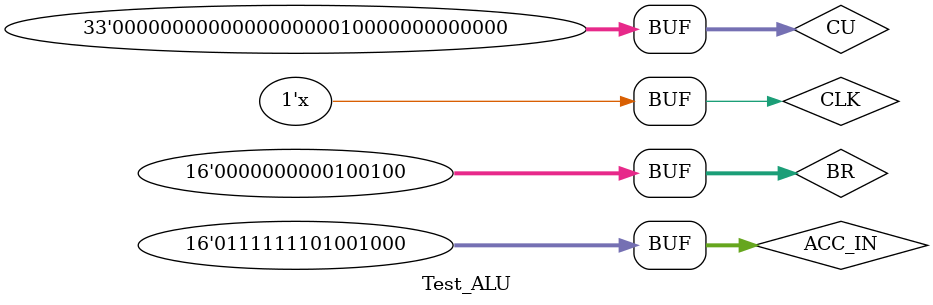
<source format=v>
`timescale 1ns / 1ps


module Test_ALU( );
    reg                   CLK            ;
    reg     [15:0]    ACC_IN      ;
    reg     [15:0]    BR               ;
    reg     [32:0]    CU               ;
    wire   [15:0]    ACC_OUT   ;
    wire                 TAG_MUX  ;
    wire   [15:0]    MR               ;
    initial
        begin
            CLK        <=   0 ;
            ACC_IN  <=  16'b0111_1111_0100_1000 ;
            BR           <=  16'b0000_0000_0010_0100 ;
            CU           <=  32'b0000_0000_0000_0000_0010_0000_0000_0000 ;

        end
     always # 20 CLK = ~ CLK ;
    ALU alu(
        .CLK(CLK) ,
        .ACC_IN(ACC_IN) ,
        .BR(BR) , 
        .CU(CU) ,
        .ACC_OUT(ACC_OUT) ,
        .TAG_MUX(TAG_MUX) ,
        .MR(MR)
        ) ;
endmodule

</source>
